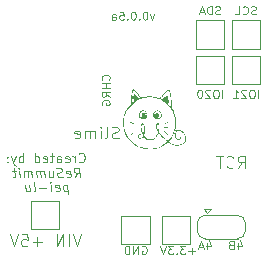
<source format=gbo>
G04 #@! TF.GenerationSoftware,KiCad,Pcbnew,8.0.5-8.0.5-0~ubuntu22.04.1*
G04 #@! TF.CreationDate,2024-10-20T12:43:39-07:00*
G04 #@! TF.ProjectId,uSlime,75536c69-6d65-42e6-9b69-6361645f7063,rev?*
G04 #@! TF.SameCoordinates,Original*
G04 #@! TF.FileFunction,Legend,Bot*
G04 #@! TF.FilePolarity,Positive*
%FSLAX46Y46*%
G04 Gerber Fmt 4.6, Leading zero omitted, Abs format (unit mm)*
G04 Created by KiCad (PCBNEW 8.0.5-8.0.5-0~ubuntu22.04.1) date 2024-10-20 12:43:39*
%MOMM*%
%LPD*%
G01*
G04 APERTURE LIST*
G04 Aperture macros list*
%AMFreePoly0*
4,1,19,0.550000,-0.750000,0.000000,-0.750000,0.000000,-0.744911,-0.071157,-0.744911,-0.207708,-0.704816,-0.327430,-0.627875,-0.420627,-0.520320,-0.479746,-0.390866,-0.500000,-0.250000,-0.500000,0.250000,-0.479746,0.390866,-0.420627,0.520320,-0.327430,0.627875,-0.207708,0.704816,-0.071157,0.744911,0.000000,0.744911,0.000000,0.750000,0.550000,0.750000,0.550000,-0.750000,0.550000,-0.750000,
$1*%
%AMFreePoly1*
4,1,19,0.000000,0.744911,0.071157,0.744911,0.207708,0.704816,0.327430,0.627875,0.420627,0.520320,0.479746,0.390866,0.500000,0.250000,0.500000,-0.250000,0.479746,-0.390866,0.420627,-0.520320,0.327430,-0.627875,0.207708,-0.704816,0.071157,-0.744911,0.000000,-0.744911,0.000000,-0.750000,-0.550000,-0.750000,-0.550000,0.750000,0.000000,0.750000,0.000000,0.744911,0.000000,0.744911,
$1*%
G04 Aperture macros list end*
%ADD10C,0.100000*%
%ADD11C,0.120000*%
%ADD12C,0.000000*%
%ADD13C,1.200000*%
%ADD14C,0.650000*%
%ADD15O,1.000000X2.100000*%
%ADD16O,1.000000X1.800000*%
%ADD17C,3.100000*%
%ADD18C,0.900000*%
%ADD19C,0.800000*%
%ADD20C,1.000000*%
%ADD21R,2.000000X2.000000*%
%ADD22FreePoly0,0.000000*%
%ADD23R,1.000000X1.500000*%
%ADD24FreePoly1,0.000000*%
G04 APERTURE END LIST*
D10*
X124183333Y-98178133D02*
X124183333Y-97478133D01*
X123716667Y-97478133D02*
X123583333Y-97478133D01*
X123583333Y-97478133D02*
X123516667Y-97511466D01*
X123516667Y-97511466D02*
X123450000Y-97578133D01*
X123450000Y-97578133D02*
X123416667Y-97711466D01*
X123416667Y-97711466D02*
X123416667Y-97944800D01*
X123416667Y-97944800D02*
X123450000Y-98078133D01*
X123450000Y-98078133D02*
X123516667Y-98144800D01*
X123516667Y-98144800D02*
X123583333Y-98178133D01*
X123583333Y-98178133D02*
X123716667Y-98178133D01*
X123716667Y-98178133D02*
X123783333Y-98144800D01*
X123783333Y-98144800D02*
X123850000Y-98078133D01*
X123850000Y-98078133D02*
X123883333Y-97944800D01*
X123883333Y-97944800D02*
X123883333Y-97711466D01*
X123883333Y-97711466D02*
X123850000Y-97578133D01*
X123850000Y-97578133D02*
X123783333Y-97511466D01*
X123783333Y-97511466D02*
X123716667Y-97478133D01*
X123150000Y-97544800D02*
X123116667Y-97511466D01*
X123116667Y-97511466D02*
X123050000Y-97478133D01*
X123050000Y-97478133D02*
X122883334Y-97478133D01*
X122883334Y-97478133D02*
X122816667Y-97511466D01*
X122816667Y-97511466D02*
X122783334Y-97544800D01*
X122783334Y-97544800D02*
X122750000Y-97611466D01*
X122750000Y-97611466D02*
X122750000Y-97678133D01*
X122750000Y-97678133D02*
X122783334Y-97778133D01*
X122783334Y-97778133D02*
X123183334Y-98178133D01*
X123183334Y-98178133D02*
X122750000Y-98178133D01*
X122083333Y-98178133D02*
X122483333Y-98178133D01*
X122283333Y-98178133D02*
X122283333Y-97478133D01*
X122283333Y-97478133D02*
X122350000Y-97578133D01*
X122350000Y-97578133D02*
X122416667Y-97644800D01*
X122416667Y-97644800D02*
X122483333Y-97678133D01*
X109149999Y-109742419D02*
X108816666Y-110742419D01*
X108816666Y-110742419D02*
X108483333Y-109742419D01*
X108149999Y-110742419D02*
X108149999Y-109742419D01*
X107673809Y-110742419D02*
X107673809Y-109742419D01*
X107673809Y-109742419D02*
X107102381Y-110742419D01*
X107102381Y-110742419D02*
X107102381Y-109742419D01*
X105864285Y-110361466D02*
X105102381Y-110361466D01*
X105483333Y-110742419D02*
X105483333Y-109980514D01*
X104150000Y-109742419D02*
X104626190Y-109742419D01*
X104626190Y-109742419D02*
X104673809Y-110218609D01*
X104673809Y-110218609D02*
X104626190Y-110170990D01*
X104626190Y-110170990D02*
X104530952Y-110123371D01*
X104530952Y-110123371D02*
X104292857Y-110123371D01*
X104292857Y-110123371D02*
X104197619Y-110170990D01*
X104197619Y-110170990D02*
X104150000Y-110218609D01*
X104150000Y-110218609D02*
X104102381Y-110313847D01*
X104102381Y-110313847D02*
X104102381Y-110551942D01*
X104102381Y-110551942D02*
X104150000Y-110647180D01*
X104150000Y-110647180D02*
X104197619Y-110694800D01*
X104197619Y-110694800D02*
X104292857Y-110742419D01*
X104292857Y-110742419D02*
X104530952Y-110742419D01*
X104530952Y-110742419D02*
X104626190Y-110694800D01*
X104626190Y-110694800D02*
X104673809Y-110647180D01*
X103816666Y-109742419D02*
X103483333Y-110742419D01*
X103483333Y-110742419D02*
X103150000Y-109742419D01*
X108999999Y-103570704D02*
X109038095Y-103608800D01*
X109038095Y-103608800D02*
X109152380Y-103646895D01*
X109152380Y-103646895D02*
X109228571Y-103646895D01*
X109228571Y-103646895D02*
X109342857Y-103608800D01*
X109342857Y-103608800D02*
X109419047Y-103532609D01*
X109419047Y-103532609D02*
X109457142Y-103456419D01*
X109457142Y-103456419D02*
X109495238Y-103304038D01*
X109495238Y-103304038D02*
X109495238Y-103189752D01*
X109495238Y-103189752D02*
X109457142Y-103037371D01*
X109457142Y-103037371D02*
X109419047Y-102961180D01*
X109419047Y-102961180D02*
X109342857Y-102884990D01*
X109342857Y-102884990D02*
X109228571Y-102846895D01*
X109228571Y-102846895D02*
X109152380Y-102846895D01*
X109152380Y-102846895D02*
X109038095Y-102884990D01*
X109038095Y-102884990D02*
X108999999Y-102923085D01*
X108657142Y-103646895D02*
X108657142Y-103113561D01*
X108657142Y-103265942D02*
X108619047Y-103189752D01*
X108619047Y-103189752D02*
X108580952Y-103151657D01*
X108580952Y-103151657D02*
X108504761Y-103113561D01*
X108504761Y-103113561D02*
X108428571Y-103113561D01*
X107857142Y-103608800D02*
X107933333Y-103646895D01*
X107933333Y-103646895D02*
X108085714Y-103646895D01*
X108085714Y-103646895D02*
X108161904Y-103608800D01*
X108161904Y-103608800D02*
X108200000Y-103532609D01*
X108200000Y-103532609D02*
X108200000Y-103227847D01*
X108200000Y-103227847D02*
X108161904Y-103151657D01*
X108161904Y-103151657D02*
X108085714Y-103113561D01*
X108085714Y-103113561D02*
X107933333Y-103113561D01*
X107933333Y-103113561D02*
X107857142Y-103151657D01*
X107857142Y-103151657D02*
X107819047Y-103227847D01*
X107819047Y-103227847D02*
X107819047Y-103304038D01*
X107819047Y-103304038D02*
X108200000Y-103380228D01*
X107133333Y-103646895D02*
X107133333Y-103227847D01*
X107133333Y-103227847D02*
X107171428Y-103151657D01*
X107171428Y-103151657D02*
X107247619Y-103113561D01*
X107247619Y-103113561D02*
X107400000Y-103113561D01*
X107400000Y-103113561D02*
X107476190Y-103151657D01*
X107133333Y-103608800D02*
X107209524Y-103646895D01*
X107209524Y-103646895D02*
X107400000Y-103646895D01*
X107400000Y-103646895D02*
X107476190Y-103608800D01*
X107476190Y-103608800D02*
X107514286Y-103532609D01*
X107514286Y-103532609D02*
X107514286Y-103456419D01*
X107514286Y-103456419D02*
X107476190Y-103380228D01*
X107476190Y-103380228D02*
X107400000Y-103342133D01*
X107400000Y-103342133D02*
X107209524Y-103342133D01*
X107209524Y-103342133D02*
X107133333Y-103304038D01*
X106866666Y-103113561D02*
X106561904Y-103113561D01*
X106752380Y-102846895D02*
X106752380Y-103532609D01*
X106752380Y-103532609D02*
X106714285Y-103608800D01*
X106714285Y-103608800D02*
X106638095Y-103646895D01*
X106638095Y-103646895D02*
X106561904Y-103646895D01*
X105990475Y-103608800D02*
X106066666Y-103646895D01*
X106066666Y-103646895D02*
X106219047Y-103646895D01*
X106219047Y-103646895D02*
X106295237Y-103608800D01*
X106295237Y-103608800D02*
X106333333Y-103532609D01*
X106333333Y-103532609D02*
X106333333Y-103227847D01*
X106333333Y-103227847D02*
X106295237Y-103151657D01*
X106295237Y-103151657D02*
X106219047Y-103113561D01*
X106219047Y-103113561D02*
X106066666Y-103113561D01*
X106066666Y-103113561D02*
X105990475Y-103151657D01*
X105990475Y-103151657D02*
X105952380Y-103227847D01*
X105952380Y-103227847D02*
X105952380Y-103304038D01*
X105952380Y-103304038D02*
X106333333Y-103380228D01*
X105266666Y-103646895D02*
X105266666Y-102846895D01*
X105266666Y-103608800D02*
X105342857Y-103646895D01*
X105342857Y-103646895D02*
X105495238Y-103646895D01*
X105495238Y-103646895D02*
X105571428Y-103608800D01*
X105571428Y-103608800D02*
X105609523Y-103570704D01*
X105609523Y-103570704D02*
X105647619Y-103494514D01*
X105647619Y-103494514D02*
X105647619Y-103265942D01*
X105647619Y-103265942D02*
X105609523Y-103189752D01*
X105609523Y-103189752D02*
X105571428Y-103151657D01*
X105571428Y-103151657D02*
X105495238Y-103113561D01*
X105495238Y-103113561D02*
X105342857Y-103113561D01*
X105342857Y-103113561D02*
X105266666Y-103151657D01*
X104276189Y-103646895D02*
X104276189Y-102846895D01*
X104276189Y-103151657D02*
X104199999Y-103113561D01*
X104199999Y-103113561D02*
X104047618Y-103113561D01*
X104047618Y-103113561D02*
X103971427Y-103151657D01*
X103971427Y-103151657D02*
X103933332Y-103189752D01*
X103933332Y-103189752D02*
X103895237Y-103265942D01*
X103895237Y-103265942D02*
X103895237Y-103494514D01*
X103895237Y-103494514D02*
X103933332Y-103570704D01*
X103933332Y-103570704D02*
X103971427Y-103608800D01*
X103971427Y-103608800D02*
X104047618Y-103646895D01*
X104047618Y-103646895D02*
X104199999Y-103646895D01*
X104199999Y-103646895D02*
X104276189Y-103608800D01*
X103628570Y-103113561D02*
X103438094Y-103646895D01*
X103247617Y-103113561D02*
X103438094Y-103646895D01*
X103438094Y-103646895D02*
X103514284Y-103837371D01*
X103514284Y-103837371D02*
X103552379Y-103875466D01*
X103552379Y-103875466D02*
X103628570Y-103913561D01*
X102942855Y-103570704D02*
X102904760Y-103608800D01*
X102904760Y-103608800D02*
X102942855Y-103646895D01*
X102942855Y-103646895D02*
X102980951Y-103608800D01*
X102980951Y-103608800D02*
X102942855Y-103570704D01*
X102942855Y-103570704D02*
X102942855Y-103646895D01*
X102942855Y-103151657D02*
X102904760Y-103189752D01*
X102904760Y-103189752D02*
X102942855Y-103227847D01*
X102942855Y-103227847D02*
X102980951Y-103189752D01*
X102980951Y-103189752D02*
X102942855Y-103151657D01*
X102942855Y-103151657D02*
X102942855Y-103227847D01*
X123983333Y-91075800D02*
X123883333Y-91109133D01*
X123883333Y-91109133D02*
X123716667Y-91109133D01*
X123716667Y-91109133D02*
X123650000Y-91075800D01*
X123650000Y-91075800D02*
X123616667Y-91042466D01*
X123616667Y-91042466D02*
X123583333Y-90975800D01*
X123583333Y-90975800D02*
X123583333Y-90909133D01*
X123583333Y-90909133D02*
X123616667Y-90842466D01*
X123616667Y-90842466D02*
X123650000Y-90809133D01*
X123650000Y-90809133D02*
X123716667Y-90775800D01*
X123716667Y-90775800D02*
X123850000Y-90742466D01*
X123850000Y-90742466D02*
X123916667Y-90709133D01*
X123916667Y-90709133D02*
X123950000Y-90675800D01*
X123950000Y-90675800D02*
X123983333Y-90609133D01*
X123983333Y-90609133D02*
X123983333Y-90542466D01*
X123983333Y-90542466D02*
X123950000Y-90475800D01*
X123950000Y-90475800D02*
X123916667Y-90442466D01*
X123916667Y-90442466D02*
X123850000Y-90409133D01*
X123850000Y-90409133D02*
X123683333Y-90409133D01*
X123683333Y-90409133D02*
X123583333Y-90442466D01*
X122883333Y-91042466D02*
X122916666Y-91075800D01*
X122916666Y-91075800D02*
X123016666Y-91109133D01*
X123016666Y-91109133D02*
X123083333Y-91109133D01*
X123083333Y-91109133D02*
X123183333Y-91075800D01*
X123183333Y-91075800D02*
X123250000Y-91009133D01*
X123250000Y-91009133D02*
X123283333Y-90942466D01*
X123283333Y-90942466D02*
X123316666Y-90809133D01*
X123316666Y-90809133D02*
X123316666Y-90709133D01*
X123316666Y-90709133D02*
X123283333Y-90575800D01*
X123283333Y-90575800D02*
X123250000Y-90509133D01*
X123250000Y-90509133D02*
X123183333Y-90442466D01*
X123183333Y-90442466D02*
X123083333Y-90409133D01*
X123083333Y-90409133D02*
X123016666Y-90409133D01*
X123016666Y-90409133D02*
X122916666Y-90442466D01*
X122916666Y-90442466D02*
X122883333Y-90475800D01*
X122250000Y-91109133D02*
X122583333Y-91109133D01*
X122583333Y-91109133D02*
X122583333Y-90409133D01*
X108009524Y-105549561D02*
X108109524Y-106349561D01*
X108014285Y-105587657D02*
X107933333Y-105549561D01*
X107933333Y-105549561D02*
X107780952Y-105549561D01*
X107780952Y-105549561D02*
X107709524Y-105587657D01*
X107709524Y-105587657D02*
X107676190Y-105625752D01*
X107676190Y-105625752D02*
X107647619Y-105701942D01*
X107647619Y-105701942D02*
X107676190Y-105930514D01*
X107676190Y-105930514D02*
X107723809Y-106006704D01*
X107723809Y-106006704D02*
X107766666Y-106044800D01*
X107766666Y-106044800D02*
X107847619Y-106082895D01*
X107847619Y-106082895D02*
X108000000Y-106082895D01*
X108000000Y-106082895D02*
X108071428Y-106044800D01*
X107042856Y-106044800D02*
X107123809Y-106082895D01*
X107123809Y-106082895D02*
X107276190Y-106082895D01*
X107276190Y-106082895D02*
X107347618Y-106044800D01*
X107347618Y-106044800D02*
X107376190Y-105968609D01*
X107376190Y-105968609D02*
X107338095Y-105663847D01*
X107338095Y-105663847D02*
X107290475Y-105587657D01*
X107290475Y-105587657D02*
X107209523Y-105549561D01*
X107209523Y-105549561D02*
X107057142Y-105549561D01*
X107057142Y-105549561D02*
X106985714Y-105587657D01*
X106985714Y-105587657D02*
X106957142Y-105663847D01*
X106957142Y-105663847D02*
X106966666Y-105740038D01*
X106966666Y-105740038D02*
X107357142Y-105816228D01*
X106666666Y-106082895D02*
X106600000Y-105549561D01*
X106566666Y-105282895D02*
X106609523Y-105320990D01*
X106609523Y-105320990D02*
X106576190Y-105359085D01*
X106576190Y-105359085D02*
X106533333Y-105320990D01*
X106533333Y-105320990D02*
X106566666Y-105282895D01*
X106566666Y-105282895D02*
X106576190Y-105359085D01*
X106247619Y-105778133D02*
X105638095Y-105778133D01*
X105180953Y-106082895D02*
X105252381Y-106044800D01*
X105252381Y-106044800D02*
X105280953Y-105968609D01*
X105280953Y-105968609D02*
X105195238Y-105282895D01*
X104466666Y-105549561D02*
X104533333Y-106082895D01*
X104809524Y-105549561D02*
X104861905Y-105968609D01*
X104861905Y-105968609D02*
X104833333Y-106044800D01*
X104833333Y-106044800D02*
X104761905Y-106082895D01*
X104761905Y-106082895D02*
X104647619Y-106082895D01*
X104647619Y-106082895D02*
X104566666Y-106044800D01*
X104566666Y-106044800D02*
X104523809Y-106006704D01*
X118800000Y-111142466D02*
X118266667Y-111142466D01*
X118533333Y-111409133D02*
X118533333Y-110875800D01*
X118000000Y-110709133D02*
X117566666Y-110709133D01*
X117566666Y-110709133D02*
X117800000Y-110975800D01*
X117800000Y-110975800D02*
X117700000Y-110975800D01*
X117700000Y-110975800D02*
X117633333Y-111009133D01*
X117633333Y-111009133D02*
X117600000Y-111042466D01*
X117600000Y-111042466D02*
X117566666Y-111109133D01*
X117566666Y-111109133D02*
X117566666Y-111275800D01*
X117566666Y-111275800D02*
X117600000Y-111342466D01*
X117600000Y-111342466D02*
X117633333Y-111375800D01*
X117633333Y-111375800D02*
X117700000Y-111409133D01*
X117700000Y-111409133D02*
X117900000Y-111409133D01*
X117900000Y-111409133D02*
X117966666Y-111375800D01*
X117966666Y-111375800D02*
X118000000Y-111342466D01*
X117266666Y-111342466D02*
X117233333Y-111375800D01*
X117233333Y-111375800D02*
X117266666Y-111409133D01*
X117266666Y-111409133D02*
X117299999Y-111375800D01*
X117299999Y-111375800D02*
X117266666Y-111342466D01*
X117266666Y-111342466D02*
X117266666Y-111409133D01*
X117000000Y-110709133D02*
X116566666Y-110709133D01*
X116566666Y-110709133D02*
X116800000Y-110975800D01*
X116800000Y-110975800D02*
X116700000Y-110975800D01*
X116700000Y-110975800D02*
X116633333Y-111009133D01*
X116633333Y-111009133D02*
X116600000Y-111042466D01*
X116600000Y-111042466D02*
X116566666Y-111109133D01*
X116566666Y-111109133D02*
X116566666Y-111275800D01*
X116566666Y-111275800D02*
X116600000Y-111342466D01*
X116600000Y-111342466D02*
X116633333Y-111375800D01*
X116633333Y-111375800D02*
X116700000Y-111409133D01*
X116700000Y-111409133D02*
X116900000Y-111409133D01*
X116900000Y-111409133D02*
X116966666Y-111375800D01*
X116966666Y-111375800D02*
X117000000Y-111342466D01*
X116366666Y-110709133D02*
X116133333Y-111409133D01*
X116133333Y-111409133D02*
X115899999Y-110709133D01*
X122447619Y-104107419D02*
X122780952Y-103631228D01*
X123019047Y-104107419D02*
X123019047Y-103107419D01*
X123019047Y-103107419D02*
X122638095Y-103107419D01*
X122638095Y-103107419D02*
X122542857Y-103155038D01*
X122542857Y-103155038D02*
X122495238Y-103202657D01*
X122495238Y-103202657D02*
X122447619Y-103297895D01*
X122447619Y-103297895D02*
X122447619Y-103440752D01*
X122447619Y-103440752D02*
X122495238Y-103535990D01*
X122495238Y-103535990D02*
X122542857Y-103583609D01*
X122542857Y-103583609D02*
X122638095Y-103631228D01*
X122638095Y-103631228D02*
X123019047Y-103631228D01*
X122066666Y-104059800D02*
X121923809Y-104107419D01*
X121923809Y-104107419D02*
X121685714Y-104107419D01*
X121685714Y-104107419D02*
X121590476Y-104059800D01*
X121590476Y-104059800D02*
X121542857Y-104012180D01*
X121542857Y-104012180D02*
X121495238Y-103916942D01*
X121495238Y-103916942D02*
X121495238Y-103821704D01*
X121495238Y-103821704D02*
X121542857Y-103726466D01*
X121542857Y-103726466D02*
X121590476Y-103678847D01*
X121590476Y-103678847D02*
X121685714Y-103631228D01*
X121685714Y-103631228D02*
X121876190Y-103583609D01*
X121876190Y-103583609D02*
X121971428Y-103535990D01*
X121971428Y-103535990D02*
X122019047Y-103488371D01*
X122019047Y-103488371D02*
X122066666Y-103393133D01*
X122066666Y-103393133D02*
X122066666Y-103297895D01*
X122066666Y-103297895D02*
X122019047Y-103202657D01*
X122019047Y-103202657D02*
X121971428Y-103155038D01*
X121971428Y-103155038D02*
X121876190Y-103107419D01*
X121876190Y-103107419D02*
X121638095Y-103107419D01*
X121638095Y-103107419D02*
X121495238Y-103155038D01*
X121209523Y-103107419D02*
X120638095Y-103107419D01*
X120923809Y-104107419D02*
X120923809Y-103107419D01*
X114333332Y-110742466D02*
X114399999Y-110709133D01*
X114399999Y-110709133D02*
X114499999Y-110709133D01*
X114499999Y-110709133D02*
X114599999Y-110742466D01*
X114599999Y-110742466D02*
X114666666Y-110809133D01*
X114666666Y-110809133D02*
X114699999Y-110875800D01*
X114699999Y-110875800D02*
X114733332Y-111009133D01*
X114733332Y-111009133D02*
X114733332Y-111109133D01*
X114733332Y-111109133D02*
X114699999Y-111242466D01*
X114699999Y-111242466D02*
X114666666Y-111309133D01*
X114666666Y-111309133D02*
X114599999Y-111375800D01*
X114599999Y-111375800D02*
X114499999Y-111409133D01*
X114499999Y-111409133D02*
X114433332Y-111409133D01*
X114433332Y-111409133D02*
X114333332Y-111375800D01*
X114333332Y-111375800D02*
X114299999Y-111342466D01*
X114299999Y-111342466D02*
X114299999Y-111109133D01*
X114299999Y-111109133D02*
X114433332Y-111109133D01*
X113999999Y-111409133D02*
X113999999Y-110709133D01*
X113999999Y-110709133D02*
X113599999Y-111409133D01*
X113599999Y-111409133D02*
X113599999Y-110709133D01*
X113266666Y-111409133D02*
X113266666Y-110709133D01*
X113266666Y-110709133D02*
X113099999Y-110709133D01*
X113099999Y-110709133D02*
X112999999Y-110742466D01*
X112999999Y-110742466D02*
X112933333Y-110809133D01*
X112933333Y-110809133D02*
X112899999Y-110875800D01*
X112899999Y-110875800D02*
X112866666Y-111009133D01*
X112866666Y-111009133D02*
X112866666Y-111109133D01*
X112866666Y-111109133D02*
X112899999Y-111242466D01*
X112899999Y-111242466D02*
X112933333Y-111309133D01*
X112933333Y-111309133D02*
X112999999Y-111375800D01*
X112999999Y-111375800D02*
X113099999Y-111409133D01*
X113099999Y-111409133D02*
X113266666Y-111409133D01*
X119816666Y-110501966D02*
X119816666Y-110968633D01*
X119983333Y-110235300D02*
X120149999Y-110735300D01*
X120149999Y-110735300D02*
X119716666Y-110735300D01*
X119483332Y-110768633D02*
X119149999Y-110768633D01*
X119549999Y-110968633D02*
X119316666Y-110268633D01*
X119316666Y-110268633D02*
X119083332Y-110968633D01*
X111551966Y-96650000D02*
X111585300Y-96616667D01*
X111585300Y-96616667D02*
X111618633Y-96516667D01*
X111618633Y-96516667D02*
X111618633Y-96450000D01*
X111618633Y-96450000D02*
X111585300Y-96350000D01*
X111585300Y-96350000D02*
X111518633Y-96283334D01*
X111518633Y-96283334D02*
X111451966Y-96250000D01*
X111451966Y-96250000D02*
X111318633Y-96216667D01*
X111318633Y-96216667D02*
X111218633Y-96216667D01*
X111218633Y-96216667D02*
X111085300Y-96250000D01*
X111085300Y-96250000D02*
X111018633Y-96283334D01*
X111018633Y-96283334D02*
X110951966Y-96350000D01*
X110951966Y-96350000D02*
X110918633Y-96450000D01*
X110918633Y-96450000D02*
X110918633Y-96516667D01*
X110918633Y-96516667D02*
X110951966Y-96616667D01*
X110951966Y-96616667D02*
X110985300Y-96650000D01*
X111618633Y-96950000D02*
X110918633Y-96950000D01*
X111251966Y-96950000D02*
X111251966Y-97350000D01*
X111618633Y-97350000D02*
X110918633Y-97350000D01*
X111618633Y-98083333D02*
X111285300Y-97850000D01*
X111618633Y-97683333D02*
X110918633Y-97683333D01*
X110918633Y-97683333D02*
X110918633Y-97950000D01*
X110918633Y-97950000D02*
X110951966Y-98016667D01*
X110951966Y-98016667D02*
X110985300Y-98050000D01*
X110985300Y-98050000D02*
X111051966Y-98083333D01*
X111051966Y-98083333D02*
X111151966Y-98083333D01*
X111151966Y-98083333D02*
X111218633Y-98050000D01*
X111218633Y-98050000D02*
X111251966Y-98016667D01*
X111251966Y-98016667D02*
X111285300Y-97950000D01*
X111285300Y-97950000D02*
X111285300Y-97683333D01*
X110951966Y-98750000D02*
X110918633Y-98683333D01*
X110918633Y-98683333D02*
X110918633Y-98583333D01*
X110918633Y-98583333D02*
X110951966Y-98483333D01*
X110951966Y-98483333D02*
X111018633Y-98416667D01*
X111018633Y-98416667D02*
X111085300Y-98383333D01*
X111085300Y-98383333D02*
X111218633Y-98350000D01*
X111218633Y-98350000D02*
X111318633Y-98350000D01*
X111318633Y-98350000D02*
X111451966Y-98383333D01*
X111451966Y-98383333D02*
X111518633Y-98416667D01*
X111518633Y-98416667D02*
X111585300Y-98483333D01*
X111585300Y-98483333D02*
X111618633Y-98583333D01*
X111618633Y-98583333D02*
X111618633Y-98650000D01*
X111618633Y-98650000D02*
X111585300Y-98750000D01*
X111585300Y-98750000D02*
X111551966Y-98783333D01*
X111551966Y-98783333D02*
X111318633Y-98783333D01*
X111318633Y-98783333D02*
X111318633Y-98650000D01*
X115366666Y-91101966D02*
X115199999Y-91568633D01*
X115199999Y-91568633D02*
X115033332Y-91101966D01*
X114633333Y-90868633D02*
X114566666Y-90868633D01*
X114566666Y-90868633D02*
X114499999Y-90901966D01*
X114499999Y-90901966D02*
X114466666Y-90935300D01*
X114466666Y-90935300D02*
X114433333Y-91001966D01*
X114433333Y-91001966D02*
X114399999Y-91135300D01*
X114399999Y-91135300D02*
X114399999Y-91301966D01*
X114399999Y-91301966D02*
X114433333Y-91435300D01*
X114433333Y-91435300D02*
X114466666Y-91501966D01*
X114466666Y-91501966D02*
X114499999Y-91535300D01*
X114499999Y-91535300D02*
X114566666Y-91568633D01*
X114566666Y-91568633D02*
X114633333Y-91568633D01*
X114633333Y-91568633D02*
X114699999Y-91535300D01*
X114699999Y-91535300D02*
X114733333Y-91501966D01*
X114733333Y-91501966D02*
X114766666Y-91435300D01*
X114766666Y-91435300D02*
X114799999Y-91301966D01*
X114799999Y-91301966D02*
X114799999Y-91135300D01*
X114799999Y-91135300D02*
X114766666Y-91001966D01*
X114766666Y-91001966D02*
X114733333Y-90935300D01*
X114733333Y-90935300D02*
X114699999Y-90901966D01*
X114699999Y-90901966D02*
X114633333Y-90868633D01*
X114099999Y-91501966D02*
X114066666Y-91535300D01*
X114066666Y-91535300D02*
X114099999Y-91568633D01*
X114099999Y-91568633D02*
X114133332Y-91535300D01*
X114133332Y-91535300D02*
X114099999Y-91501966D01*
X114099999Y-91501966D02*
X114099999Y-91568633D01*
X113633333Y-90868633D02*
X113566666Y-90868633D01*
X113566666Y-90868633D02*
X113499999Y-90901966D01*
X113499999Y-90901966D02*
X113466666Y-90935300D01*
X113466666Y-90935300D02*
X113433333Y-91001966D01*
X113433333Y-91001966D02*
X113399999Y-91135300D01*
X113399999Y-91135300D02*
X113399999Y-91301966D01*
X113399999Y-91301966D02*
X113433333Y-91435300D01*
X113433333Y-91435300D02*
X113466666Y-91501966D01*
X113466666Y-91501966D02*
X113499999Y-91535300D01*
X113499999Y-91535300D02*
X113566666Y-91568633D01*
X113566666Y-91568633D02*
X113633333Y-91568633D01*
X113633333Y-91568633D02*
X113699999Y-91535300D01*
X113699999Y-91535300D02*
X113733333Y-91501966D01*
X113733333Y-91501966D02*
X113766666Y-91435300D01*
X113766666Y-91435300D02*
X113799999Y-91301966D01*
X113799999Y-91301966D02*
X113799999Y-91135300D01*
X113799999Y-91135300D02*
X113766666Y-91001966D01*
X113766666Y-91001966D02*
X113733333Y-90935300D01*
X113733333Y-90935300D02*
X113699999Y-90901966D01*
X113699999Y-90901966D02*
X113633333Y-90868633D01*
X113099999Y-91501966D02*
X113066666Y-91535300D01*
X113066666Y-91535300D02*
X113099999Y-91568633D01*
X113099999Y-91568633D02*
X113133332Y-91535300D01*
X113133332Y-91535300D02*
X113099999Y-91501966D01*
X113099999Y-91501966D02*
X113099999Y-91568633D01*
X112433333Y-90868633D02*
X112766666Y-90868633D01*
X112766666Y-90868633D02*
X112799999Y-91201966D01*
X112799999Y-91201966D02*
X112766666Y-91168633D01*
X112766666Y-91168633D02*
X112699999Y-91135300D01*
X112699999Y-91135300D02*
X112533333Y-91135300D01*
X112533333Y-91135300D02*
X112466666Y-91168633D01*
X112466666Y-91168633D02*
X112433333Y-91201966D01*
X112433333Y-91201966D02*
X112399999Y-91268633D01*
X112399999Y-91268633D02*
X112399999Y-91435300D01*
X112399999Y-91435300D02*
X112433333Y-91501966D01*
X112433333Y-91501966D02*
X112466666Y-91535300D01*
X112466666Y-91535300D02*
X112533333Y-91568633D01*
X112533333Y-91568633D02*
X112699999Y-91568633D01*
X112699999Y-91568633D02*
X112766666Y-91535300D01*
X112766666Y-91535300D02*
X112799999Y-91501966D01*
X111799999Y-91568633D02*
X111799999Y-91201966D01*
X111799999Y-91201966D02*
X111833332Y-91135300D01*
X111833332Y-91135300D02*
X111899999Y-91101966D01*
X111899999Y-91101966D02*
X112033332Y-91101966D01*
X112033332Y-91101966D02*
X112099999Y-91135300D01*
X111799999Y-91535300D02*
X111866666Y-91568633D01*
X111866666Y-91568633D02*
X112033332Y-91568633D01*
X112033332Y-91568633D02*
X112099999Y-91535300D01*
X112099999Y-91535300D02*
X112133332Y-91468633D01*
X112133332Y-91468633D02*
X112133332Y-91401966D01*
X112133332Y-91401966D02*
X112099999Y-91335300D01*
X112099999Y-91335300D02*
X112033332Y-91301966D01*
X112033332Y-91301966D02*
X111866666Y-91301966D01*
X111866666Y-91301966D02*
X111799999Y-91268633D01*
X120949999Y-91075800D02*
X120849999Y-91109133D01*
X120849999Y-91109133D02*
X120683333Y-91109133D01*
X120683333Y-91109133D02*
X120616666Y-91075800D01*
X120616666Y-91075800D02*
X120583333Y-91042466D01*
X120583333Y-91042466D02*
X120549999Y-90975800D01*
X120549999Y-90975800D02*
X120549999Y-90909133D01*
X120549999Y-90909133D02*
X120583333Y-90842466D01*
X120583333Y-90842466D02*
X120616666Y-90809133D01*
X120616666Y-90809133D02*
X120683333Y-90775800D01*
X120683333Y-90775800D02*
X120816666Y-90742466D01*
X120816666Y-90742466D02*
X120883333Y-90709133D01*
X120883333Y-90709133D02*
X120916666Y-90675800D01*
X120916666Y-90675800D02*
X120949999Y-90609133D01*
X120949999Y-90609133D02*
X120949999Y-90542466D01*
X120949999Y-90542466D02*
X120916666Y-90475800D01*
X120916666Y-90475800D02*
X120883333Y-90442466D01*
X120883333Y-90442466D02*
X120816666Y-90409133D01*
X120816666Y-90409133D02*
X120649999Y-90409133D01*
X120649999Y-90409133D02*
X120549999Y-90442466D01*
X120249999Y-91109133D02*
X120249999Y-90409133D01*
X120249999Y-90409133D02*
X120083332Y-90409133D01*
X120083332Y-90409133D02*
X119983332Y-90442466D01*
X119983332Y-90442466D02*
X119916666Y-90509133D01*
X119916666Y-90509133D02*
X119883332Y-90575800D01*
X119883332Y-90575800D02*
X119849999Y-90709133D01*
X119849999Y-90709133D02*
X119849999Y-90809133D01*
X119849999Y-90809133D02*
X119883332Y-90942466D01*
X119883332Y-90942466D02*
X119916666Y-91009133D01*
X119916666Y-91009133D02*
X119983332Y-91075800D01*
X119983332Y-91075800D02*
X120083332Y-91109133D01*
X120083332Y-91109133D02*
X120249999Y-91109133D01*
X119583332Y-90909133D02*
X119249999Y-90909133D01*
X119649999Y-91109133D02*
X119416666Y-90409133D01*
X119416666Y-90409133D02*
X119183332Y-91109133D01*
X122466666Y-110501966D02*
X122466666Y-110968633D01*
X122633333Y-110235300D02*
X122799999Y-110735300D01*
X122799999Y-110735300D02*
X122366666Y-110735300D01*
X121866666Y-110601966D02*
X121766666Y-110635300D01*
X121766666Y-110635300D02*
X121733332Y-110668633D01*
X121733332Y-110668633D02*
X121699999Y-110735300D01*
X121699999Y-110735300D02*
X121699999Y-110835300D01*
X121699999Y-110835300D02*
X121733332Y-110901966D01*
X121733332Y-110901966D02*
X121766666Y-110935300D01*
X121766666Y-110935300D02*
X121833332Y-110968633D01*
X121833332Y-110968633D02*
X122099999Y-110968633D01*
X122099999Y-110968633D02*
X122099999Y-110268633D01*
X122099999Y-110268633D02*
X121866666Y-110268633D01*
X121866666Y-110268633D02*
X121799999Y-110301966D01*
X121799999Y-110301966D02*
X121766666Y-110335300D01*
X121766666Y-110335300D02*
X121733332Y-110401966D01*
X121733332Y-110401966D02*
X121733332Y-110468633D01*
X121733332Y-110468633D02*
X121766666Y-110535300D01*
X121766666Y-110535300D02*
X121799999Y-110568633D01*
X121799999Y-110568633D02*
X121866666Y-110601966D01*
X121866666Y-110601966D02*
X122099999Y-110601966D01*
X108628571Y-104882895D02*
X108847619Y-104501942D01*
X109085714Y-104882895D02*
X108985714Y-104082895D01*
X108985714Y-104082895D02*
X108680952Y-104082895D01*
X108680952Y-104082895D02*
X108609524Y-104120990D01*
X108609524Y-104120990D02*
X108576190Y-104159085D01*
X108576190Y-104159085D02*
X108547619Y-104235276D01*
X108547619Y-104235276D02*
X108561905Y-104349561D01*
X108561905Y-104349561D02*
X108609524Y-104425752D01*
X108609524Y-104425752D02*
X108652381Y-104463847D01*
X108652381Y-104463847D02*
X108733333Y-104501942D01*
X108733333Y-104501942D02*
X109038095Y-104501942D01*
X107976190Y-104844800D02*
X108057143Y-104882895D01*
X108057143Y-104882895D02*
X108209524Y-104882895D01*
X108209524Y-104882895D02*
X108280952Y-104844800D01*
X108280952Y-104844800D02*
X108309524Y-104768609D01*
X108309524Y-104768609D02*
X108271429Y-104463847D01*
X108271429Y-104463847D02*
X108223809Y-104387657D01*
X108223809Y-104387657D02*
X108142857Y-104349561D01*
X108142857Y-104349561D02*
X107990476Y-104349561D01*
X107990476Y-104349561D02*
X107919048Y-104387657D01*
X107919048Y-104387657D02*
X107890476Y-104463847D01*
X107890476Y-104463847D02*
X107900000Y-104540038D01*
X107900000Y-104540038D02*
X108290476Y-104616228D01*
X107633334Y-104844800D02*
X107523810Y-104882895D01*
X107523810Y-104882895D02*
X107333334Y-104882895D01*
X107333334Y-104882895D02*
X107252381Y-104844800D01*
X107252381Y-104844800D02*
X107209524Y-104806704D01*
X107209524Y-104806704D02*
X107161905Y-104730514D01*
X107161905Y-104730514D02*
X107152381Y-104654323D01*
X107152381Y-104654323D02*
X107180953Y-104578133D01*
X107180953Y-104578133D02*
X107214286Y-104540038D01*
X107214286Y-104540038D02*
X107285715Y-104501942D01*
X107285715Y-104501942D02*
X107433334Y-104463847D01*
X107433334Y-104463847D02*
X107504762Y-104425752D01*
X107504762Y-104425752D02*
X107538095Y-104387657D01*
X107538095Y-104387657D02*
X107566667Y-104311466D01*
X107566667Y-104311466D02*
X107557143Y-104235276D01*
X107557143Y-104235276D02*
X107509524Y-104159085D01*
X107509524Y-104159085D02*
X107466667Y-104120990D01*
X107466667Y-104120990D02*
X107385715Y-104082895D01*
X107385715Y-104082895D02*
X107195238Y-104082895D01*
X107195238Y-104082895D02*
X107085715Y-104120990D01*
X106428571Y-104349561D02*
X106495238Y-104882895D01*
X106771429Y-104349561D02*
X106823810Y-104768609D01*
X106823810Y-104768609D02*
X106795238Y-104844800D01*
X106795238Y-104844800D02*
X106723810Y-104882895D01*
X106723810Y-104882895D02*
X106609524Y-104882895D01*
X106609524Y-104882895D02*
X106528571Y-104844800D01*
X106528571Y-104844800D02*
X106485714Y-104806704D01*
X106114285Y-104882895D02*
X106047619Y-104349561D01*
X106057142Y-104425752D02*
X106014285Y-104387657D01*
X106014285Y-104387657D02*
X105933333Y-104349561D01*
X105933333Y-104349561D02*
X105819047Y-104349561D01*
X105819047Y-104349561D02*
X105747619Y-104387657D01*
X105747619Y-104387657D02*
X105719047Y-104463847D01*
X105719047Y-104463847D02*
X105771428Y-104882895D01*
X105719047Y-104463847D02*
X105671428Y-104387657D01*
X105671428Y-104387657D02*
X105590476Y-104349561D01*
X105590476Y-104349561D02*
X105476190Y-104349561D01*
X105476190Y-104349561D02*
X105404761Y-104387657D01*
X105404761Y-104387657D02*
X105376190Y-104463847D01*
X105376190Y-104463847D02*
X105428571Y-104882895D01*
X105047618Y-104882895D02*
X104980952Y-104349561D01*
X104990475Y-104425752D02*
X104947618Y-104387657D01*
X104947618Y-104387657D02*
X104866666Y-104349561D01*
X104866666Y-104349561D02*
X104752380Y-104349561D01*
X104752380Y-104349561D02*
X104680952Y-104387657D01*
X104680952Y-104387657D02*
X104652380Y-104463847D01*
X104652380Y-104463847D02*
X104704761Y-104882895D01*
X104652380Y-104463847D02*
X104604761Y-104387657D01*
X104604761Y-104387657D02*
X104523809Y-104349561D01*
X104523809Y-104349561D02*
X104409523Y-104349561D01*
X104409523Y-104349561D02*
X104338094Y-104387657D01*
X104338094Y-104387657D02*
X104309523Y-104463847D01*
X104309523Y-104463847D02*
X104361904Y-104882895D01*
X103980951Y-104882895D02*
X103914285Y-104349561D01*
X103880951Y-104082895D02*
X103923808Y-104120990D01*
X103923808Y-104120990D02*
X103890475Y-104159085D01*
X103890475Y-104159085D02*
X103847618Y-104120990D01*
X103847618Y-104120990D02*
X103880951Y-104082895D01*
X103880951Y-104082895D02*
X103890475Y-104159085D01*
X103647618Y-104349561D02*
X103342856Y-104349561D01*
X103499999Y-104082895D02*
X103585714Y-104768609D01*
X103585714Y-104768609D02*
X103557142Y-104844800D01*
X103557142Y-104844800D02*
X103485714Y-104882895D01*
X103485714Y-104882895D02*
X103409523Y-104882895D01*
X121133333Y-98178133D02*
X121133333Y-97478133D01*
X120666667Y-97478133D02*
X120533333Y-97478133D01*
X120533333Y-97478133D02*
X120466667Y-97511466D01*
X120466667Y-97511466D02*
X120400000Y-97578133D01*
X120400000Y-97578133D02*
X120366667Y-97711466D01*
X120366667Y-97711466D02*
X120366667Y-97944800D01*
X120366667Y-97944800D02*
X120400000Y-98078133D01*
X120400000Y-98078133D02*
X120466667Y-98144800D01*
X120466667Y-98144800D02*
X120533333Y-98178133D01*
X120533333Y-98178133D02*
X120666667Y-98178133D01*
X120666667Y-98178133D02*
X120733333Y-98144800D01*
X120733333Y-98144800D02*
X120800000Y-98078133D01*
X120800000Y-98078133D02*
X120833333Y-97944800D01*
X120833333Y-97944800D02*
X120833333Y-97711466D01*
X120833333Y-97711466D02*
X120800000Y-97578133D01*
X120800000Y-97578133D02*
X120733333Y-97511466D01*
X120733333Y-97511466D02*
X120666667Y-97478133D01*
X120100000Y-97544800D02*
X120066667Y-97511466D01*
X120066667Y-97511466D02*
X120000000Y-97478133D01*
X120000000Y-97478133D02*
X119833334Y-97478133D01*
X119833334Y-97478133D02*
X119766667Y-97511466D01*
X119766667Y-97511466D02*
X119733334Y-97544800D01*
X119733334Y-97544800D02*
X119700000Y-97611466D01*
X119700000Y-97611466D02*
X119700000Y-97678133D01*
X119700000Y-97678133D02*
X119733334Y-97778133D01*
X119733334Y-97778133D02*
X120133334Y-98178133D01*
X120133334Y-98178133D02*
X119700000Y-98178133D01*
X119266667Y-97478133D02*
X119200000Y-97478133D01*
X119200000Y-97478133D02*
X119133333Y-97511466D01*
X119133333Y-97511466D02*
X119100000Y-97544800D01*
X119100000Y-97544800D02*
X119066667Y-97611466D01*
X119066667Y-97611466D02*
X119033333Y-97744800D01*
X119033333Y-97744800D02*
X119033333Y-97911466D01*
X119033333Y-97911466D02*
X119066667Y-98044800D01*
X119066667Y-98044800D02*
X119100000Y-98111466D01*
X119100000Y-98111466D02*
X119133333Y-98144800D01*
X119133333Y-98144800D02*
X119200000Y-98178133D01*
X119200000Y-98178133D02*
X119266667Y-98178133D01*
X119266667Y-98178133D02*
X119333333Y-98144800D01*
X119333333Y-98144800D02*
X119366667Y-98111466D01*
X119366667Y-98111466D02*
X119400000Y-98044800D01*
X119400000Y-98044800D02*
X119433333Y-97911466D01*
X119433333Y-97911466D02*
X119433333Y-97744800D01*
X119433333Y-97744800D02*
X119400000Y-97611466D01*
X119400000Y-97611466D02*
X119366667Y-97544800D01*
X119366667Y-97544800D02*
X119333333Y-97511466D01*
X119333333Y-97511466D02*
X119266667Y-97478133D01*
X112358349Y-101560324D02*
X112215492Y-101607943D01*
X112215492Y-101607943D02*
X111977397Y-101607943D01*
X111977397Y-101607943D02*
X111882159Y-101560324D01*
X111882159Y-101560324D02*
X111834540Y-101512704D01*
X111834540Y-101512704D02*
X111786921Y-101417466D01*
X111786921Y-101417466D02*
X111786921Y-101322228D01*
X111786921Y-101322228D02*
X111834540Y-101226990D01*
X111834540Y-101226990D02*
X111882159Y-101179371D01*
X111882159Y-101179371D02*
X111977397Y-101131752D01*
X111977397Y-101131752D02*
X112167873Y-101084133D01*
X112167873Y-101084133D02*
X112263111Y-101036514D01*
X112263111Y-101036514D02*
X112310730Y-100988895D01*
X112310730Y-100988895D02*
X112358349Y-100893657D01*
X112358349Y-100893657D02*
X112358349Y-100798419D01*
X112358349Y-100798419D02*
X112310730Y-100703181D01*
X112310730Y-100703181D02*
X112263111Y-100655562D01*
X112263111Y-100655562D02*
X112167873Y-100607943D01*
X112167873Y-100607943D02*
X111929778Y-100607943D01*
X111929778Y-100607943D02*
X111786921Y-100655562D01*
X111215492Y-101607943D02*
X111310730Y-101560324D01*
X111310730Y-101560324D02*
X111358349Y-101465085D01*
X111358349Y-101465085D02*
X111358349Y-100607943D01*
X110834539Y-101607943D02*
X110834539Y-100941276D01*
X110834539Y-100607943D02*
X110882158Y-100655562D01*
X110882158Y-100655562D02*
X110834539Y-100703181D01*
X110834539Y-100703181D02*
X110786920Y-100655562D01*
X110786920Y-100655562D02*
X110834539Y-100607943D01*
X110834539Y-100607943D02*
X110834539Y-100703181D01*
X110358349Y-101607943D02*
X110358349Y-100941276D01*
X110358349Y-101036514D02*
X110310730Y-100988895D01*
X110310730Y-100988895D02*
X110215492Y-100941276D01*
X110215492Y-100941276D02*
X110072635Y-100941276D01*
X110072635Y-100941276D02*
X109977397Y-100988895D01*
X109977397Y-100988895D02*
X109929778Y-101084133D01*
X109929778Y-101084133D02*
X109929778Y-101607943D01*
X109929778Y-101084133D02*
X109882159Y-100988895D01*
X109882159Y-100988895D02*
X109786921Y-100941276D01*
X109786921Y-100941276D02*
X109644064Y-100941276D01*
X109644064Y-100941276D02*
X109548825Y-100988895D01*
X109548825Y-100988895D02*
X109501206Y-101084133D01*
X109501206Y-101084133D02*
X109501206Y-101607943D01*
X108644064Y-101560324D02*
X108739302Y-101607943D01*
X108739302Y-101607943D02*
X108929778Y-101607943D01*
X108929778Y-101607943D02*
X109025016Y-101560324D01*
X109025016Y-101560324D02*
X109072635Y-101465085D01*
X109072635Y-101465085D02*
X109072635Y-101084133D01*
X109072635Y-101084133D02*
X109025016Y-100988895D01*
X109025016Y-100988895D02*
X108929778Y-100941276D01*
X108929778Y-100941276D02*
X108739302Y-100941276D01*
X108739302Y-100941276D02*
X108644064Y-100988895D01*
X108644064Y-100988895D02*
X108596445Y-101084133D01*
X108596445Y-101084133D02*
X108596445Y-101179371D01*
X108596445Y-101179371D02*
X109072635Y-101274609D01*
D11*
X112600000Y-108150000D02*
X115000000Y-108150000D01*
X112600000Y-110550000D02*
X112600000Y-108150000D01*
X115000000Y-108150000D02*
X115000000Y-110550000D01*
X115000000Y-110550000D02*
X112600000Y-110550000D01*
X116000000Y-108150000D02*
X118400000Y-108150000D01*
X116000000Y-110550000D02*
X116000000Y-108150000D01*
X118400000Y-108150000D02*
X118400000Y-110550000D01*
X118400000Y-110550000D02*
X116000000Y-110550000D01*
X118900000Y-94600000D02*
X121300000Y-94600000D01*
X118900000Y-97000000D02*
X118900000Y-94600000D01*
X121300000Y-94600000D02*
X121300000Y-97000000D01*
X121300000Y-97000000D02*
X118900000Y-97000000D01*
X121950000Y-91600000D02*
X124350000Y-91600000D01*
X121950000Y-94000000D02*
X121950000Y-91600000D01*
X124350000Y-91600000D02*
X124350000Y-94000000D01*
X124350000Y-94000000D02*
X121950000Y-94000000D01*
X104950000Y-106900000D02*
X107350000Y-106900000D01*
X104950000Y-109300000D02*
X104950000Y-106900000D01*
X107350000Y-106900000D02*
X107350000Y-109300000D01*
X107350000Y-109300000D02*
X104950000Y-109300000D01*
X121950000Y-94600000D02*
X124350000Y-94600000D01*
X121950000Y-97000000D02*
X121950000Y-94600000D01*
X124350000Y-94600000D02*
X124350000Y-97000000D01*
X124350000Y-97000000D02*
X121950000Y-97000000D01*
D12*
G36*
X113686685Y-101113120D02*
G01*
X113681965Y-101130366D01*
X113658526Y-101153801D01*
X113614408Y-101185353D01*
X113547652Y-101226948D01*
X113492475Y-101259104D01*
X113444799Y-101285059D01*
X113410205Y-101301875D01*
X113393775Y-101306910D01*
X113387119Y-101301983D01*
X113380097Y-101280041D01*
X113380942Y-101277176D01*
X113397592Y-101259678D01*
X113431274Y-101234063D01*
X113476359Y-101203741D01*
X113527220Y-101172120D01*
X113578227Y-101142611D01*
X113623753Y-101118624D01*
X113658169Y-101103569D01*
X113675848Y-101100856D01*
X113686685Y-101113120D01*
G37*
G36*
X113378122Y-100198728D02*
G01*
X113425516Y-100216135D01*
X113493641Y-100247014D01*
X113513422Y-100256784D01*
X113577483Y-100293860D01*
X113628414Y-100331870D01*
X113662037Y-100367347D01*
X113674173Y-100396823D01*
X113672907Y-100408450D01*
X113659847Y-100421448D01*
X113634643Y-100412673D01*
X113599782Y-100382602D01*
X113591450Y-100374920D01*
X113554246Y-100348507D01*
X113503190Y-100318790D01*
X113446765Y-100290855D01*
X113408563Y-100273066D01*
X113363848Y-100249040D01*
X113339554Y-100229888D01*
X113332224Y-100213269D01*
X113334554Y-100202034D01*
X113348716Y-100194219D01*
X113378122Y-100198728D01*
G37*
G36*
X116244973Y-101007639D02*
G01*
X116285705Y-101025777D01*
X116329601Y-101052076D01*
X116368734Y-101082546D01*
X116401212Y-101114695D01*
X116437540Y-101154697D01*
X116472220Y-101196110D01*
X116500975Y-101233603D01*
X116519526Y-101261847D01*
X116523597Y-101275510D01*
X116505968Y-101284297D01*
X116475395Y-101274644D01*
X116439310Y-101240310D01*
X116438363Y-101239163D01*
X116370274Y-101163920D01*
X116304189Y-101104496D01*
X116245021Y-101065314D01*
X116236452Y-101060814D01*
X116201045Y-101036702D01*
X116192218Y-101017243D01*
X116210112Y-101002692D01*
X116215330Y-101001653D01*
X116244973Y-101007639D01*
G37*
G36*
X113644965Y-100698843D02*
G01*
X113678898Y-100701467D01*
X113696498Y-100706471D01*
X113701529Y-100714161D01*
X113700943Y-100721174D01*
X113692022Y-100742303D01*
X113691549Y-100742655D01*
X113672717Y-100745884D01*
X113632612Y-100747968D01*
X113576785Y-100748732D01*
X113510789Y-100748002D01*
X113440660Y-100745979D01*
X113390142Y-100743057D01*
X113359067Y-100738748D01*
X113343390Y-100732479D01*
X113339063Y-100723677D01*
X113339112Y-100722539D01*
X113344399Y-100714256D01*
X113361201Y-100708326D01*
X113393478Y-100704218D01*
X113445189Y-100701402D01*
X113520296Y-100699344D01*
X113590939Y-100698289D01*
X113644965Y-100698843D01*
G37*
G36*
X116299792Y-100663533D02*
G01*
X116356081Y-100665872D01*
X116420714Y-100669709D01*
X116487747Y-100674610D01*
X116551232Y-100680142D01*
X116605222Y-100685871D01*
X116643772Y-100691365D01*
X116660935Y-100696188D01*
X116664772Y-100701926D01*
X116662989Y-100723389D01*
X116648720Y-100728396D01*
X116611763Y-100731624D01*
X116557690Y-100732554D01*
X116491809Y-100731295D01*
X116419429Y-100727955D01*
X116345859Y-100722645D01*
X116276408Y-100715471D01*
X116247462Y-100709230D01*
X116222329Y-100695469D01*
X116217322Y-100679431D01*
X116235736Y-100665192D01*
X116236038Y-100665083D01*
X116257796Y-100663126D01*
X116299792Y-100663533D01*
G37*
G36*
X116557561Y-100138330D02*
G01*
X116564177Y-100148728D01*
X116559845Y-100177269D01*
X116544904Y-100195680D01*
X116511066Y-100227432D01*
X116464814Y-100266092D01*
X116411709Y-100307217D01*
X116357312Y-100346367D01*
X116307184Y-100379098D01*
X116276841Y-100396331D01*
X116239183Y-100414315D01*
X116214857Y-100421712D01*
X116199731Y-100420605D01*
X116190520Y-100409563D01*
X116203391Y-100388370D01*
X116237021Y-100358772D01*
X116290086Y-100322514D01*
X116293033Y-100320661D01*
X116352828Y-100280231D01*
X116414760Y-100234092D01*
X116465875Y-100191868D01*
X116476348Y-100182591D01*
X116516673Y-100149974D01*
X116542723Y-100135816D01*
X116557561Y-100138330D01*
G37*
G36*
X114794413Y-99622140D02*
G01*
X114773892Y-99719002D01*
X114729526Y-99804598D01*
X114663230Y-99875962D01*
X114576920Y-99930129D01*
X114560212Y-99937464D01*
X114519918Y-99949950D01*
X114474052Y-99954893D01*
X114411906Y-99953829D01*
X114365434Y-99950675D01*
X114318470Y-99942858D01*
X114277994Y-99927775D01*
X114232079Y-99901988D01*
X114170013Y-99855473D01*
X114123818Y-99796994D01*
X114112611Y-99777666D01*
X114093525Y-99749810D01*
X114081379Y-99738863D01*
X114080133Y-99738534D01*
X114073527Y-99723128D01*
X114070835Y-99691797D01*
X114070783Y-99687531D01*
X114066671Y-99654603D01*
X114057997Y-99636798D01*
X114051749Y-99625252D01*
X114053064Y-99598376D01*
X114054342Y-99591742D01*
X114140439Y-99591742D01*
X114141330Y-99647248D01*
X114145579Y-99686700D01*
X114152617Y-99704491D01*
X114157388Y-99708425D01*
X114160558Y-99723864D01*
X114163198Y-99738141D01*
X114183377Y-99763377D01*
X114216334Y-99793660D01*
X114256343Y-99824265D01*
X114297678Y-99850464D01*
X114334614Y-99867533D01*
X114357025Y-99874487D01*
X114397255Y-99884499D01*
X114423520Y-99887734D01*
X114429495Y-99887304D01*
X114439487Y-99885085D01*
X114423042Y-99879892D01*
X114410373Y-99874647D01*
X114399106Y-99860962D01*
X114396924Y-99855244D01*
X114378940Y-99848287D01*
X114371864Y-99847326D01*
X114347811Y-99827906D01*
X114328669Y-99786788D01*
X114315968Y-99728305D01*
X114311243Y-99656795D01*
X114311277Y-99646350D01*
X114317527Y-99568987D01*
X114319679Y-99562384D01*
X114473639Y-99562384D01*
X114476227Y-99595244D01*
X114489006Y-99608316D01*
X114517741Y-99615761D01*
X114531376Y-99615035D01*
X114546467Y-99605486D01*
X114547053Y-99578147D01*
X114538295Y-99550535D01*
X114513690Y-99536390D01*
X114489808Y-99540481D01*
X114473639Y-99562384D01*
X114319679Y-99562384D01*
X114335975Y-99512380D01*
X114368781Y-99472233D01*
X114418104Y-99444254D01*
X114428991Y-99439967D01*
X114462081Y-99430020D01*
X114488523Y-99432175D01*
X114522825Y-99446781D01*
X114567840Y-99479135D01*
X114605588Y-99534394D01*
X114618245Y-99578147D01*
X114625713Y-99603961D01*
X114627023Y-99683354D01*
X114608324Y-99768092D01*
X114582209Y-99845195D01*
X114620691Y-99816744D01*
X114626210Y-99812370D01*
X114662315Y-99770951D01*
X114694832Y-99714928D01*
X114718311Y-99655237D01*
X114727301Y-99602817D01*
X114720171Y-99533631D01*
X114696869Y-99464456D01*
X114660093Y-99412519D01*
X114631000Y-99385634D01*
X114585846Y-99348283D01*
X114552288Y-99326648D01*
X114533639Y-99323073D01*
X114529869Y-99324590D01*
X114522208Y-99315681D01*
X114520804Y-99313119D01*
X114499550Y-99307630D01*
X114454915Y-99305831D01*
X114389719Y-99307753D01*
X114306780Y-99313424D01*
X114298988Y-99316340D01*
X114289682Y-99335363D01*
X114287565Y-99344886D01*
X114271269Y-99355880D01*
X114257702Y-99361964D01*
X114230252Y-99383894D01*
X114197867Y-99416301D01*
X114175494Y-99441482D01*
X114156824Y-99467440D01*
X114146757Y-99494334D01*
X114142321Y-99530970D01*
X114140543Y-99586154D01*
X114140439Y-99591742D01*
X114054342Y-99591742D01*
X114058883Y-99568175D01*
X114063491Y-99526854D01*
X114076371Y-99475251D01*
X114106592Y-99416172D01*
X114149483Y-99358930D01*
X114151843Y-99356265D01*
X114171989Y-99330748D01*
X114180258Y-99315068D01*
X114188766Y-99303421D01*
X114217490Y-99285875D01*
X114259588Y-99267120D01*
X114307840Y-99249972D01*
X114355021Y-99237248D01*
X114393910Y-99231763D01*
X114493813Y-99236032D01*
X114580527Y-99257416D01*
X114652601Y-99297642D01*
X114713972Y-99358265D01*
X114718715Y-99364239D01*
X114764121Y-99434442D01*
X114788473Y-99506482D01*
X114795634Y-99591385D01*
X114795180Y-99602817D01*
X114794413Y-99622140D01*
G37*
G36*
X116011753Y-99622140D02*
G01*
X115991232Y-99719002D01*
X115946866Y-99804598D01*
X115880570Y-99875962D01*
X115794259Y-99930129D01*
X115777552Y-99937464D01*
X115737258Y-99949950D01*
X115691392Y-99954893D01*
X115629246Y-99953829D01*
X115582774Y-99950675D01*
X115535810Y-99942858D01*
X115495333Y-99927775D01*
X115449418Y-99901988D01*
X115387353Y-99855473D01*
X115376274Y-99841448D01*
X115479666Y-99841448D01*
X115486505Y-99848287D01*
X115493344Y-99841448D01*
X115486505Y-99834609D01*
X115479666Y-99841448D01*
X115376274Y-99841448D01*
X115341158Y-99796994D01*
X115329950Y-99777666D01*
X115310865Y-99749810D01*
X115298719Y-99738863D01*
X115297473Y-99738534D01*
X115290867Y-99723128D01*
X115288174Y-99691797D01*
X115288122Y-99687531D01*
X115284011Y-99654603D01*
X115275337Y-99636798D01*
X115269088Y-99625252D01*
X115270404Y-99598376D01*
X115273612Y-99581726D01*
X115357904Y-99581726D01*
X115358415Y-99635633D01*
X115363053Y-99681447D01*
X115371368Y-99706025D01*
X115378401Y-99716897D01*
X115376073Y-99725185D01*
X115375169Y-99728411D01*
X115386817Y-99745743D01*
X115411276Y-99773058D01*
X115411365Y-99773149D01*
X115445321Y-99805155D01*
X115466694Y-99819096D01*
X115473470Y-99814315D01*
X115463636Y-99790155D01*
X115462954Y-99788838D01*
X115454678Y-99758596D01*
X115448755Y-99711372D01*
X115446427Y-99656795D01*
X115446469Y-99646442D01*
X115452772Y-99569034D01*
X115454942Y-99562384D01*
X115608911Y-99562384D01*
X115611499Y-99595244D01*
X115624278Y-99608316D01*
X115653013Y-99615761D01*
X115666648Y-99615035D01*
X115681739Y-99605486D01*
X115682325Y-99578147D01*
X115673567Y-99550535D01*
X115648962Y-99536390D01*
X115625080Y-99540481D01*
X115608911Y-99562384D01*
X115454942Y-99562384D01*
X115471251Y-99512395D01*
X115504066Y-99472233D01*
X115553376Y-99444254D01*
X115564533Y-99439863D01*
X115597528Y-99430003D01*
X115624060Y-99432278D01*
X115658714Y-99447081D01*
X115695327Y-99471656D01*
X115735578Y-99524061D01*
X115753846Y-99578147D01*
X115758521Y-99591989D01*
X115762930Y-99671163D01*
X115747579Y-99757303D01*
X115736503Y-99791422D01*
X115723378Y-99822589D01*
X115713902Y-99834609D01*
X115699225Y-99841448D01*
X115696905Y-99842529D01*
X115671158Y-99861965D01*
X115653411Y-99878219D01*
X115649793Y-99887114D01*
X115665645Y-99888241D01*
X115680880Y-99886745D01*
X115739639Y-99870132D01*
X115801151Y-99839786D01*
X115853780Y-99801098D01*
X115891249Y-99757106D01*
X115925161Y-99688276D01*
X115941126Y-99612995D01*
X115938753Y-99537670D01*
X115917652Y-99468709D01*
X115877433Y-99412519D01*
X115848340Y-99385634D01*
X115803186Y-99348283D01*
X115769628Y-99326648D01*
X115750979Y-99323073D01*
X115747209Y-99324590D01*
X115739548Y-99315681D01*
X115738144Y-99313119D01*
X115716890Y-99307630D01*
X115672255Y-99305831D01*
X115607058Y-99307753D01*
X115524119Y-99313424D01*
X115516328Y-99316340D01*
X115507022Y-99335363D01*
X115504905Y-99344886D01*
X115488609Y-99355880D01*
X115475074Y-99361941D01*
X115447638Y-99383846D01*
X115415269Y-99416233D01*
X115396273Y-99437497D01*
X115375862Y-99464674D01*
X115364787Y-99491647D01*
X115359862Y-99527602D01*
X115357904Y-99581726D01*
X115273612Y-99581726D01*
X115276223Y-99568175D01*
X115280831Y-99526854D01*
X115293711Y-99475251D01*
X115323931Y-99416172D01*
X115366823Y-99358930D01*
X115369182Y-99356265D01*
X115389328Y-99330748D01*
X115397598Y-99315068D01*
X115406106Y-99303421D01*
X115434829Y-99285875D01*
X115476928Y-99267120D01*
X115525179Y-99249972D01*
X115572361Y-99237248D01*
X115611249Y-99231763D01*
X115711153Y-99236032D01*
X115797867Y-99257416D01*
X115869941Y-99297642D01*
X115931311Y-99358265D01*
X115936055Y-99364239D01*
X115981461Y-99434442D01*
X116005813Y-99506482D01*
X116012973Y-99591385D01*
X116012116Y-99612995D01*
X116011753Y-99622140D01*
G37*
G36*
X116888573Y-98992790D02*
G01*
X116891342Y-99043120D01*
X116897378Y-99080238D01*
X116907998Y-99111748D01*
X116924520Y-99145253D01*
X116926749Y-99149405D01*
X117008310Y-99308522D01*
X117073859Y-99453545D01*
X117125484Y-99590689D01*
X117165279Y-99726170D01*
X117195331Y-99866203D01*
X117217734Y-100017003D01*
X117223947Y-100085806D01*
X117228186Y-100193410D01*
X117228171Y-100299847D01*
X117228169Y-100312878D01*
X117224178Y-100436396D01*
X117216494Y-100556148D01*
X117205400Y-100664322D01*
X117191178Y-100753102D01*
X117153514Y-100908225D01*
X117074433Y-101139541D01*
X116970496Y-101360176D01*
X116842471Y-101568581D01*
X116691126Y-101763203D01*
X116676018Y-101780609D01*
X116641122Y-101821719D01*
X116621317Y-101848314D01*
X116614351Y-101864924D01*
X116617973Y-101876078D01*
X116629931Y-101886305D01*
X116635620Y-101890546D01*
X116667424Y-101915364D01*
X116703203Y-101944436D01*
X116714763Y-101953705D01*
X116743713Y-101973970D01*
X116761437Y-101982051D01*
X116770655Y-101984945D01*
X116798421Y-101999403D01*
X116834860Y-102021928D01*
X116896710Y-102056551D01*
X117002159Y-102097575D01*
X117120924Y-102127605D01*
X117245852Y-102145714D01*
X117369789Y-102150975D01*
X117485581Y-102142461D01*
X117586074Y-102119247D01*
X117610485Y-102110404D01*
X117715760Y-102061308D01*
X117813944Y-101998901D01*
X117894910Y-101929406D01*
X117945538Y-101859182D01*
X117979500Y-101768424D01*
X117994618Y-101660869D01*
X117990650Y-101538282D01*
X117967354Y-101402430D01*
X117954966Y-101350809D01*
X117937945Y-101291066D01*
X117918751Y-101244975D01*
X117892976Y-101204628D01*
X117856210Y-101162119D01*
X117804045Y-101109539D01*
X117733576Y-101044368D01*
X117666224Y-100993299D01*
X117603329Y-100960130D01*
X117539616Y-100942132D01*
X117469811Y-100936574D01*
X117429071Y-100937812D01*
X117354803Y-100950778D01*
X117301147Y-100978581D01*
X117265909Y-101022142D01*
X117255849Y-101047216D01*
X117241088Y-101099534D01*
X117226855Y-101164538D01*
X117214761Y-101233758D01*
X117206414Y-101298721D01*
X117203425Y-101350955D01*
X117203622Y-101363471D01*
X117213030Y-101450898D01*
X117235304Y-101523695D01*
X117268856Y-101576384D01*
X117324862Y-101622836D01*
X117389094Y-101654417D01*
X117453197Y-101667251D01*
X117510233Y-101658961D01*
X117523795Y-101651175D01*
X117549460Y-101617975D01*
X117564113Y-101570926D01*
X117564290Y-101518998D01*
X117561990Y-101477633D01*
X117572115Y-101455623D01*
X117573833Y-101454635D01*
X117594364Y-101455074D01*
X117610540Y-101475950D01*
X117621148Y-101510994D01*
X117624977Y-101553936D01*
X117620815Y-101598507D01*
X117607450Y-101638440D01*
X117602664Y-101646947D01*
X117562929Y-101691989D01*
X117510728Y-101723718D01*
X117456133Y-101735663D01*
X117449099Y-101735399D01*
X117396672Y-101723580D01*
X117335873Y-101697545D01*
X117275957Y-101661899D01*
X117226183Y-101621248D01*
X117205144Y-101598226D01*
X117179439Y-101559425D01*
X117162411Y-101513664D01*
X117152962Y-101455928D01*
X117149995Y-101381203D01*
X117152410Y-101284474D01*
X117156094Y-101220649D01*
X117167959Y-101118294D01*
X117187678Y-101037977D01*
X117217004Y-100976539D01*
X117257689Y-100930822D01*
X117311485Y-100897665D01*
X117380146Y-100873911D01*
X117458658Y-100863000D01*
X117555976Y-100874280D01*
X117655491Y-100911753D01*
X117756071Y-100974967D01*
X117856581Y-101063471D01*
X117883697Y-101091236D01*
X117933002Y-101146174D01*
X117968704Y-101196258D01*
X117995132Y-101249475D01*
X118016617Y-101313816D01*
X118037488Y-101397271D01*
X118050606Y-101465587D01*
X118062230Y-101599347D01*
X118055673Y-101728058D01*
X118031049Y-101843925D01*
X118030111Y-101846839D01*
X117992642Y-101921107D01*
X117932100Y-101992850D01*
X117852608Y-102059477D01*
X117758286Y-102118400D01*
X117653257Y-102167029D01*
X117541642Y-102202775D01*
X117427564Y-102223048D01*
X117345296Y-102225858D01*
X117241841Y-102218177D01*
X117132796Y-102200598D01*
X117024736Y-102174722D01*
X116924238Y-102142153D01*
X116837879Y-102104494D01*
X116772235Y-102063346D01*
X116742877Y-102040552D01*
X116685189Y-101997924D01*
X116631583Y-101960514D01*
X116559321Y-101912241D01*
X116433252Y-102018046D01*
X116357226Y-102079493D01*
X116156962Y-102219511D01*
X115948575Y-102334017D01*
X115729996Y-102423916D01*
X115499154Y-102490112D01*
X115253979Y-102533511D01*
X115225727Y-102536263D01*
X115157637Y-102539554D01*
X115073067Y-102540847D01*
X114978942Y-102540273D01*
X114882187Y-102537965D01*
X114789728Y-102534054D01*
X114708489Y-102528671D01*
X114645395Y-102521948D01*
X114532370Y-102503002D01*
X114298903Y-102444250D01*
X114075650Y-102360302D01*
X113861712Y-102250791D01*
X113656191Y-102115346D01*
X113632797Y-102097574D01*
X113550471Y-102028606D01*
X113460247Y-101945057D01*
X113367986Y-101852921D01*
X113279547Y-101758193D01*
X113200794Y-101666868D01*
X113137586Y-101584939D01*
X113075306Y-101490262D01*
X113005381Y-101368582D01*
X112940129Y-101239774D01*
X112884136Y-101112954D01*
X112841985Y-100997237D01*
X112837499Y-100982794D01*
X112780760Y-100753829D01*
X112747525Y-100516731D01*
X112738574Y-100295781D01*
X112818761Y-100295781D01*
X112820202Y-100414830D01*
X112824903Y-100526893D01*
X112832866Y-100625244D01*
X112844094Y-100703160D01*
X112892946Y-100907310D01*
X112966456Y-101121697D01*
X113060993Y-101322071D01*
X113178105Y-101511234D01*
X113319336Y-101691987D01*
X113486234Y-101867134D01*
X113532895Y-101910923D01*
X113718728Y-102064864D01*
X113912495Y-102193191D01*
X114115874Y-102296790D01*
X114330544Y-102376548D01*
X114558183Y-102433349D01*
X114565621Y-102434763D01*
X114663669Y-102449146D01*
X114779270Y-102459967D01*
X114903579Y-102466872D01*
X115027750Y-102469510D01*
X115142939Y-102467526D01*
X115240301Y-102460568D01*
X115373587Y-102441235D01*
X115602499Y-102387133D01*
X115824203Y-102308292D01*
X116035660Y-102206067D01*
X116233831Y-102081812D01*
X116415675Y-101936882D01*
X116496810Y-101864135D01*
X116443031Y-101824432D01*
X116283319Y-101698153D01*
X116111926Y-101541803D01*
X115958802Y-101378451D01*
X115828454Y-101212585D01*
X115827255Y-101210899D01*
X115798492Y-101173302D01*
X115774914Y-101147430D01*
X115761522Y-101138799D01*
X115753829Y-101145836D01*
X115736433Y-101171890D01*
X115715940Y-101209899D01*
X115702532Y-101236713D01*
X115682834Y-101274664D01*
X115669698Y-101298152D01*
X115662490Y-101310869D01*
X115644961Y-101344893D01*
X115624448Y-101387059D01*
X115608109Y-101419513D01*
X115542111Y-101521850D01*
X115463377Y-101607988D01*
X115375746Y-101674217D01*
X115283060Y-101716828D01*
X115220541Y-101731365D01*
X115140295Y-101741721D01*
X115053261Y-101746849D01*
X114967801Y-101746529D01*
X114892280Y-101740541D01*
X114835061Y-101728662D01*
X114803555Y-101717160D01*
X114699125Y-101660621D01*
X114607301Y-101580467D01*
X114529564Y-101477913D01*
X114492650Y-101418310D01*
X114471192Y-101450557D01*
X114428292Y-101506375D01*
X114355206Y-101570933D01*
X114274046Y-101610564D01*
X114186597Y-101624505D01*
X114094642Y-101611991D01*
X114081947Y-101607942D01*
X114037403Y-101580773D01*
X114006645Y-101534902D01*
X113986952Y-101466653D01*
X113981981Y-101391964D01*
X113996453Y-101328225D01*
X114028343Y-101281055D01*
X114075026Y-101252927D01*
X114133876Y-101246317D01*
X114202267Y-101263699D01*
X114227161Y-101276638D01*
X114246969Y-101297470D01*
X114245083Y-101315569D01*
X114224911Y-101327645D01*
X114189862Y-101330409D01*
X114143344Y-101320571D01*
X114116513Y-101318458D01*
X114086005Y-101336142D01*
X114064986Y-101373169D01*
X114057157Y-101425049D01*
X114062031Y-101478836D01*
X114080958Y-101517659D01*
X114117595Y-101538287D01*
X114175547Y-101544356D01*
X114175875Y-101544355D01*
X114262339Y-101533262D01*
X114332738Y-101500033D01*
X114387291Y-101444511D01*
X114426216Y-101366542D01*
X114431834Y-101348777D01*
X114434677Y-101326224D01*
X114429493Y-101301362D01*
X114414451Y-101267035D01*
X114387718Y-101216084D01*
X114366478Y-101172690D01*
X114336691Y-101102875D01*
X114306974Y-101025040D01*
X114281388Y-100949364D01*
X114279397Y-100942959D01*
X114257538Y-100869619D01*
X114243181Y-100811724D01*
X114234734Y-100759679D01*
X114230607Y-100703892D01*
X114229317Y-100640165D01*
X114291223Y-100640165D01*
X114293774Y-100683744D01*
X114301438Y-100732592D01*
X114315299Y-100793635D01*
X114336439Y-100873799D01*
X114339077Y-100883379D01*
X114360793Y-100957546D01*
X114383384Y-101027752D01*
X114404327Y-101086475D01*
X114421100Y-101126195D01*
X114436051Y-101155151D01*
X114455183Y-101189320D01*
X114467383Y-101207476D01*
X114467548Y-101207642D01*
X114477564Y-101204901D01*
X114485948Y-101176333D01*
X114492572Y-101123403D01*
X114497304Y-101047577D01*
X114500016Y-100950322D01*
X114500576Y-100833101D01*
X114500208Y-100771414D01*
X114499140Y-100695477D01*
X114497053Y-100639002D01*
X114493478Y-100597194D01*
X114487946Y-100565261D01*
X114479987Y-100538407D01*
X114469133Y-100511839D01*
X114446742Y-100467851D01*
X114418123Y-100424046D01*
X114390879Y-100393318D01*
X114369644Y-100381728D01*
X114366852Y-100382131D01*
X114349223Y-100398643D01*
X114330645Y-100434627D01*
X114313470Y-100483580D01*
X114300051Y-100538999D01*
X114292738Y-100594382D01*
X114292702Y-100594930D01*
X114291223Y-100640165D01*
X114229317Y-100640165D01*
X114229208Y-100634770D01*
X114229088Y-100614680D01*
X114229540Y-100552581D01*
X114232440Y-100508044D01*
X114239123Y-100473313D01*
X114250920Y-100440632D01*
X114269165Y-100402245D01*
X114289925Y-100362772D01*
X114309396Y-100334769D01*
X114329056Y-100321101D01*
X114354735Y-100315885D01*
X114386197Y-100317006D01*
X114437077Y-100339199D01*
X114483920Y-100387531D01*
X114527359Y-100462540D01*
X114570081Y-100552702D01*
X114569413Y-100833101D01*
X114569332Y-100867296D01*
X114569242Y-100896489D01*
X114568429Y-100998664D01*
X114566723Y-101078287D01*
X114563893Y-101139205D01*
X114559705Y-101185265D01*
X114553929Y-101220314D01*
X114546332Y-101248198D01*
X114542566Y-101259525D01*
X114533543Y-101291727D01*
X114532022Y-101318456D01*
X114539615Y-101346965D01*
X114557933Y-101384504D01*
X114588587Y-101438325D01*
X114592135Y-101444347D01*
X114659594Y-101534137D01*
X114742107Y-101605674D01*
X114834789Y-101654664D01*
X114866396Y-101665643D01*
X114902996Y-101674546D01*
X114944275Y-101679131D01*
X114997767Y-101680154D01*
X115071005Y-101678372D01*
X115090494Y-101677680D01*
X115156108Y-101674471D01*
X115204058Y-101669522D01*
X115242143Y-101661275D01*
X115278161Y-101648172D01*
X115319908Y-101628656D01*
X115356890Y-101608806D01*
X115434565Y-101552540D01*
X115499678Y-101480701D01*
X115555340Y-101389425D01*
X115604659Y-101274848D01*
X115618921Y-101238952D01*
X115639858Y-101193041D01*
X115657517Y-101161372D01*
X115659092Y-101159025D01*
X115679770Y-101120645D01*
X115697304Y-101077010D01*
X115700641Y-101066222D01*
X115704920Y-101044351D01*
X115703159Y-101021732D01*
X115693712Y-100992484D01*
X115674937Y-100950725D01*
X115645188Y-100890575D01*
X115600155Y-100796386D01*
X115556139Y-100689352D01*
X115529591Y-100601974D01*
X115520700Y-100534791D01*
X115520752Y-100533464D01*
X115589166Y-100533464D01*
X115591836Y-100564911D01*
X115607864Y-100632891D01*
X115637059Y-100715873D01*
X115677910Y-100809164D01*
X115696483Y-100846981D01*
X115712154Y-100876505D01*
X115719825Y-100887813D01*
X115725446Y-100882064D01*
X115732605Y-100854035D01*
X115738121Y-100807342D01*
X115741932Y-100747186D01*
X115743977Y-100678766D01*
X115744197Y-100607284D01*
X115742529Y-100537940D01*
X115738914Y-100475935D01*
X115733289Y-100426470D01*
X115725595Y-100394744D01*
X115709439Y-100366229D01*
X115684003Y-100348426D01*
X115657131Y-100352546D01*
X115631518Y-100375848D01*
X115609856Y-100415595D01*
X115594841Y-100469046D01*
X115589166Y-100533464D01*
X115520752Y-100533464D01*
X115521746Y-100507888D01*
X115534251Y-100436692D01*
X115558551Y-100372431D01*
X115591691Y-100320208D01*
X115630714Y-100285131D01*
X115672665Y-100272304D01*
X115711549Y-100283830D01*
X115751101Y-100313982D01*
X115783106Y-100355060D01*
X115799851Y-100399357D01*
X115807254Y-100460598D01*
X115814229Y-100583346D01*
X115814105Y-100607284D01*
X115813531Y-100718534D01*
X115805059Y-100857340D01*
X115798514Y-100931156D01*
X115795388Y-100988291D01*
X115798042Y-101032072D01*
X115808499Y-101069621D01*
X115828781Y-101108058D01*
X115860908Y-101154506D01*
X115906903Y-101216084D01*
X115979847Y-101307899D01*
X116076142Y-101417178D01*
X116179592Y-101524040D01*
X116284854Y-101623248D01*
X116386588Y-101709560D01*
X116479451Y-101777737D01*
X116538853Y-101817063D01*
X116571239Y-101786714D01*
X116576790Y-101781378D01*
X116615991Y-101739131D01*
X116664462Y-101681281D01*
X116717319Y-101614014D01*
X116769676Y-101543514D01*
X116816651Y-101475966D01*
X116867475Y-101395289D01*
X116971497Y-101194791D01*
X117053167Y-100982023D01*
X117112108Y-100759960D01*
X117147943Y-100531576D01*
X117160294Y-100299847D01*
X117148784Y-100067745D01*
X117113037Y-99838246D01*
X117052675Y-99614323D01*
X117033678Y-99559881D01*
X117002854Y-99480074D01*
X116969358Y-99401034D01*
X116935532Y-99327771D01*
X116903720Y-99265295D01*
X116876265Y-99218616D01*
X116855509Y-99192746D01*
X116843358Y-99179785D01*
X116833786Y-99158019D01*
X116830188Y-99143300D01*
X116809812Y-99106025D01*
X116773957Y-99055289D01*
X116725502Y-98994257D01*
X116667328Y-98926094D01*
X116602315Y-98853963D01*
X116533344Y-98781030D01*
X116463295Y-98710460D01*
X116395048Y-98645418D01*
X116331484Y-98589068D01*
X116275483Y-98544575D01*
X116240226Y-98519234D01*
X116036321Y-98390282D01*
X115826475Y-98287465D01*
X115687968Y-98238295D01*
X115905223Y-98238295D01*
X115921010Y-98246441D01*
X115952725Y-98261686D01*
X115991877Y-98280021D01*
X116030438Y-98297725D01*
X116060376Y-98311076D01*
X116073661Y-98316353D01*
X116077678Y-98312682D01*
X116092662Y-98291667D01*
X116113569Y-98258222D01*
X116140980Y-98218335D01*
X116186400Y-98163309D01*
X116238344Y-98108157D01*
X116289561Y-98060497D01*
X116332800Y-98027945D01*
X116348193Y-98019607D01*
X116404983Y-98004446D01*
X116459341Y-98011017D01*
X116504808Y-98037578D01*
X116534924Y-98082391D01*
X116553201Y-98141611D01*
X116572610Y-98247092D01*
X116583357Y-98372952D01*
X116585045Y-98515769D01*
X116581233Y-98708346D01*
X116653631Y-98789329D01*
X116654557Y-98790366D01*
X116696750Y-98838819D01*
X116738052Y-98888216D01*
X116769649Y-98928020D01*
X116782244Y-98944696D01*
X116801973Y-98969757D01*
X116816262Y-98983774D01*
X116825568Y-98984428D01*
X116830346Y-98969403D01*
X116831053Y-98936382D01*
X116828145Y-98883049D01*
X116822077Y-98807086D01*
X116813306Y-98706176D01*
X116802896Y-98589120D01*
X116783270Y-98380683D01*
X116764528Y-98198305D01*
X116746697Y-98042199D01*
X116729803Y-97912578D01*
X116713872Y-97809655D01*
X116698933Y-97733643D01*
X116685010Y-97684753D01*
X116682573Y-97678997D01*
X116662619Y-97644317D01*
X116635585Y-97607747D01*
X116604614Y-97579087D01*
X116565580Y-97564302D01*
X116521001Y-97569882D01*
X116468735Y-97596594D01*
X116406641Y-97645206D01*
X116332580Y-97716488D01*
X116300648Y-97750032D01*
X116242342Y-97814302D01*
X116186259Y-97879345D01*
X116141089Y-97935235D01*
X116132659Y-97946189D01*
X116082698Y-98010121D01*
X116028519Y-98078186D01*
X115980452Y-98137385D01*
X115961067Y-98161193D01*
X115930774Y-98199839D01*
X115910970Y-98227135D01*
X115905223Y-98238295D01*
X115687968Y-98238295D01*
X115609222Y-98210340D01*
X115383094Y-98158464D01*
X115146626Y-98131393D01*
X114898352Y-98128685D01*
X114885841Y-98129173D01*
X114639918Y-98151667D01*
X114557671Y-98168116D01*
X114406693Y-98198311D01*
X114185810Y-98269219D01*
X113976915Y-98364501D01*
X113779652Y-98484273D01*
X113734658Y-98516051D01*
X113542307Y-98670971D01*
X113369820Y-98842448D01*
X113218317Y-99028800D01*
X113088918Y-99228345D01*
X112982742Y-99439402D01*
X112900908Y-99660287D01*
X112844536Y-99889321D01*
X112833954Y-99963955D01*
X112825640Y-100063619D01*
X112820575Y-100176469D01*
X112818761Y-100295781D01*
X112738574Y-100295781D01*
X112737771Y-100275964D01*
X112751476Y-100035991D01*
X112788618Y-99801275D01*
X112849174Y-99576281D01*
X112862474Y-99537887D01*
X112924553Y-99388009D01*
X113002819Y-99233548D01*
X113092636Y-99082461D01*
X113189366Y-98942710D01*
X113288375Y-98822253D01*
X113369598Y-98733160D01*
X113376181Y-98653610D01*
X113446074Y-98653610D01*
X113449564Y-98652024D01*
X113468083Y-98637616D01*
X113496641Y-98612756D01*
X113520192Y-98591858D01*
X113565430Y-98552687D01*
X113610660Y-98514415D01*
X113676617Y-98459434D01*
X113639941Y-98346137D01*
X113634717Y-98329783D01*
X113618620Y-98272929D01*
X113609813Y-98223386D01*
X113606807Y-98169646D01*
X113608113Y-98100203D01*
X113610660Y-98051566D01*
X113619384Y-97979504D01*
X113634658Y-97927500D01*
X113658094Y-97891007D01*
X113691303Y-97865477D01*
X113697806Y-97861917D01*
X113722358Y-97852308D01*
X113745656Y-97855317D01*
X113779964Y-97871819D01*
X113780706Y-97872221D01*
X113820471Y-97902642D01*
X113867235Y-97952022D01*
X113916505Y-98014660D01*
X113963790Y-98084856D01*
X114004598Y-98156909D01*
X114022741Y-98191230D01*
X114041298Y-98219037D01*
X114057430Y-98230061D01*
X114075891Y-98229116D01*
X114084782Y-98226746D01*
X114126445Y-98212789D01*
X114166172Y-98195879D01*
X114195912Y-98179746D01*
X114207614Y-98168116D01*
X114199712Y-98150930D01*
X114175752Y-98115092D01*
X114137660Y-98063433D01*
X114087384Y-97998426D01*
X114026868Y-97922543D01*
X113958059Y-97838257D01*
X113882902Y-97748041D01*
X113803344Y-97654368D01*
X113781106Y-97629239D01*
X113720071Y-97570163D01*
X113668299Y-97536331D01*
X113625976Y-97527839D01*
X113593285Y-97544785D01*
X113573715Y-97575410D01*
X113555431Y-97624850D01*
X113538269Y-97694301D01*
X113522038Y-97784987D01*
X113506547Y-97898132D01*
X113491608Y-98034960D01*
X113477028Y-98196696D01*
X113462617Y-98384564D01*
X113461823Y-98395712D01*
X113456195Y-98476755D01*
X113451548Y-98547250D01*
X113448141Y-98603013D01*
X113446231Y-98639861D01*
X113446074Y-98653610D01*
X113376181Y-98653610D01*
X113385428Y-98541854D01*
X113387004Y-98522850D01*
X113404743Y-98316967D01*
X113421577Y-98137098D01*
X113437673Y-97982027D01*
X113453199Y-97850539D01*
X113468322Y-97741419D01*
X113483208Y-97653451D01*
X113498026Y-97585420D01*
X113512942Y-97536110D01*
X113528123Y-97504305D01*
X113538053Y-97491819D01*
X113579591Y-97466016D01*
X113632900Y-97459153D01*
X113690762Y-97472635D01*
X113728349Y-97493885D01*
X113787041Y-97542326D01*
X113853934Y-97612063D01*
X113927012Y-97701147D01*
X113927446Y-97701711D01*
X113972080Y-97758463D01*
X114023488Y-97822045D01*
X114070630Y-97878799D01*
X114071450Y-97879768D01*
X114117597Y-97937123D01*
X114166173Y-98001817D01*
X114206794Y-98060033D01*
X114215338Y-98072840D01*
X114243898Y-98113285D01*
X114266355Y-98141571D01*
X114278451Y-98152218D01*
X114279609Y-98152135D01*
X114300604Y-98147814D01*
X114339433Y-98138234D01*
X114388695Y-98125208D01*
X114415937Y-98118031D01*
X114622657Y-98076974D01*
X114840302Y-98055330D01*
X115062675Y-98052936D01*
X115283578Y-98069628D01*
X115496814Y-98105245D01*
X115696185Y-98159622D01*
X115729529Y-98170626D01*
X115785154Y-98187627D01*
X115821784Y-98195999D01*
X115843876Y-98196600D01*
X115855885Y-98190283D01*
X115868635Y-98175524D01*
X115901830Y-98135510D01*
X115944417Y-98082976D01*
X115991718Y-98023787D01*
X116039057Y-97963814D01*
X116081758Y-97908922D01*
X116115145Y-97864980D01*
X116143470Y-97828511D01*
X116196346Y-97765916D01*
X116254779Y-97701820D01*
X116314249Y-97640801D01*
X116370236Y-97587441D01*
X116418218Y-97546318D01*
X116453677Y-97522012D01*
X116477695Y-97510845D01*
X116546127Y-97495023D01*
X116609333Y-97505950D01*
X116668012Y-97543696D01*
X116685787Y-97561080D01*
X116716662Y-97597961D01*
X116734974Y-97629183D01*
X116738554Y-97640382D01*
X116749217Y-97684484D01*
X116761799Y-97747588D01*
X116775343Y-97823902D01*
X116788897Y-97907632D01*
X116801503Y-97992984D01*
X116812209Y-98074164D01*
X116820057Y-98145379D01*
X116822382Y-98169220D01*
X116830648Y-98247423D01*
X116839744Y-98326179D01*
X116848089Y-98391582D01*
X116857542Y-98466190D01*
X116873251Y-98625583D01*
X116883670Y-98785800D01*
X116887801Y-98933245D01*
X116887842Y-98936382D01*
X116888573Y-98992790D01*
G37*
D11*
X119000000Y-109407500D02*
X119000000Y-108807500D01*
X119550000Y-107607500D02*
X119850000Y-107907500D01*
X119650000Y-108107500D02*
X122450000Y-108107500D01*
X120150000Y-107607500D02*
X119550000Y-107607500D01*
X120150000Y-107607500D02*
X119850000Y-107907500D01*
X122450000Y-110107500D02*
X119650000Y-110107500D01*
X123100000Y-108807500D02*
X123100000Y-109407500D01*
X119000000Y-108807500D02*
G75*
G02*
X119700000Y-108107500I699999J1D01*
G01*
X119700000Y-110107500D02*
G75*
G02*
X119000000Y-109407500I-1J699999D01*
G01*
X122400000Y-108107500D02*
G75*
G02*
X123100000Y-108807500I0J-700000D01*
G01*
X123100000Y-109407500D02*
G75*
G02*
X122400000Y-110107500I-700000J0D01*
G01*
X118900000Y-91600000D02*
X121300000Y-91600000D01*
X118900000Y-94000000D02*
X118900000Y-91600000D01*
X121300000Y-91600000D02*
X121300000Y-94000000D01*
X121300000Y-94000000D02*
X118900000Y-94000000D01*
%LPC*%
D13*
X117795000Y-106800000D03*
X119295000Y-106800000D03*
X120795000Y-106800000D03*
X122295000Y-106800000D03*
X123795000Y-106800000D03*
D14*
X103260000Y-105645000D03*
X109040000Y-105645000D03*
D15*
X101830000Y-105145000D03*
D16*
X101830000Y-109325000D03*
D15*
X110470000Y-105145000D03*
D16*
X110470000Y-109325000D03*
D17*
X102900000Y-96300000D03*
D18*
X107475000Y-91225000D03*
X104475000Y-91225000D03*
D19*
X121900000Y-103650000D03*
D20*
X105619000Y-100375000D03*
X105619000Y-101625000D03*
D21*
X113800000Y-109350000D03*
X117200000Y-109350000D03*
X120100000Y-95800000D03*
X123150000Y-92800000D03*
X106150000Y-108100000D03*
X123150000Y-95800000D03*
D22*
X119750000Y-109107500D03*
D23*
X121050000Y-109107500D03*
D24*
X122350000Y-109107500D03*
D21*
X120100000Y-92800000D03*
%LPD*%
M02*

</source>
